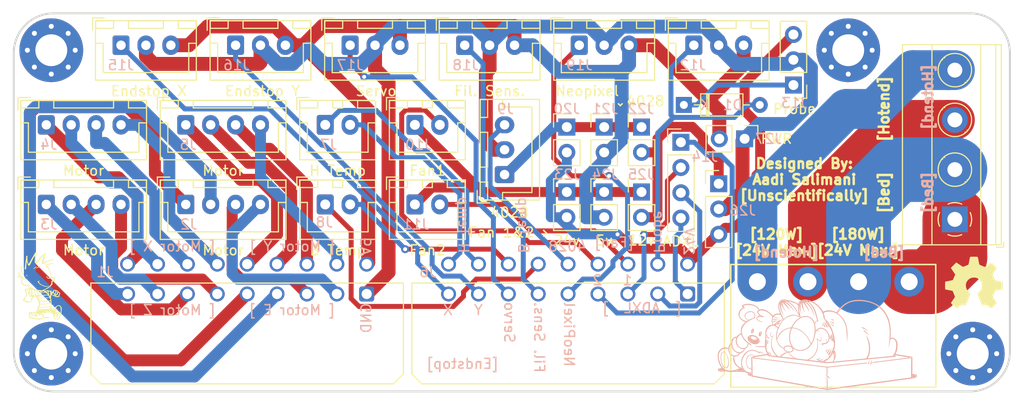
<source format=kicad_pcb>
(kicad_pcb (version 20221018) (generator pcbnew)
  (layers (0 "F.Cu" signal) (31 "B.Cu" signal) (34 "B.Paste" user) (35 "F.Paste" user) (36 "B.SilkS" user "B.Silkscreen") (37 "F.SilkS" user "F.Silkscreen") (38 "B.Mask" user) (39 "F.Mask" user) (44 "Edge.Cuts" user))
  (net 0 "")
  (net 1 "GND")
  (net 2 "Net-(D1-A)")
  (net 3 "Net-(D1-K)")
  (net 4 "Net-(J1-Pin_2)")
  (net 5 "Net-(J1-Pin_3)")
  (net 6 "Net-(J1-Pin_4)")
  (net 7 "Net-(J1-Pin_5)")
  (net 8 "Net-(J1-Pin_6)")
  (net 9 "Net-(J1-Pin_7)")
  (net 10 "Net-(J1-Pin_8)")
  (net 11 "Net-(J1-Pin_11)")
  (net 12 "Net-(J1-Pin_12)")
  (net 13 "Net-(J1-Pin_13)")
  (net 14 "Net-(J1-Pin_14)")
  (net 15 "Net-(J1-Pin_15)")
  (net 16 "+24V")
  (net 17 "Net-(J1-Pin_16)")
  (net 18 "Net-(J1-Pin_17)")
  (net 19 "Net-(J14-Pin_4)")
  (net 20 "+5V")
  (net 21 "Net-(J14-Pin_3)")
  (net 22 "Net-(J14-Pin_2)")
  (net 23 "Net-(J14-Pin_1)")
  (net 24 "Net-(J11-Pin_2)")
  (net 25 "Net-(J10-Pin_2)")
  (net 26 "Net-(J6-Pin_14)")
  (net 27 "Net-(J6-Pin_15)")
  (net 28 "Net-(J6-Pin_16)")
  (net 29 "/FA0")
  (net 30 "/FA1")
  (net 31 "Net-(J6-Pin_17)")
  (net 32 "Net-(J6-Pin_18)")
  (net 33 "Net-(J22-Pin_2)")
  (net 34 "Net-(J1-Pin_18)")
  (net 35 "Net-(J1-Pin_9)")
  (net 36 "Net-(J28-Pin_1)")
  (net 37 "Net-(J28-Pin_2)")
  (net 38 "Net-(J28-Pin_3)")
  (net 39 "Net-(J28-Pin_4)")
  (net 40 "Net-(J15-Pin_1)")
  (net 41 "Net-(J16-Pin_1)")
  (net 42 "Net-(J17-Pin_1)")
  (net 43 "Net-(J18-Pin_1)")
  (net 44 "Net-(J19-Pin_1)")
  (footprint "Connector_JST:JST_XH_B3B-XH-A_1x03_P2.50mm_Vertical" (layer "F.Cu") (at 122.5 74)
    (fp_text reference "J16")
    (fp_text value "Endstop Y")
  )
  (footprint "Connector_JST:JST_XH_B4B-XH-A_1x04_P2.50mm_Vertical" (layer "F.Cu") (at 103.5 90)
    (fp_text reference "J3")
    (fp_text value "Motor")
  )
  (footprint "Connector_JST:JST_XH_B4B-XH-A_1x04_P2.50mm_Vertical" (layer "F.Cu") (at 117.5 90)
    (fp_text reference "J2")
    (fp_text value "Motor")
  )
  (footprint "Connector_JST:JST_XH_B3B-XH-A_1x03_P2.50mm_Vertical" (layer "F.Cu") (at 145.5 74)
    (fp_text reference "J18")
    (fp_text value "Fil. Sens.")
  )
  (footprint "Connector_Molex:Molex_Micro-Fit_3.0_43045-1800_2x09_P3.00mm_Horizontal" (layer "F.Cu") (at 135.662 99 180)
    (fp_text reference "J1")
    (fp_text value "Molex Connector")
  )
  (footprint "Connector_JST:JST_XH_B2B-XH-A_1x02_P2.50mm_Vertical" (layer "F.Cu") (at 131.5 90)
    (fp_text reference "J8")
    (fp_text value "B Temp")
  )
  (footprint "Connector_PinHeader_2.54mm:PinHeader_1x03_P2.54mm_Vertical" (layer "F.Cu") (at 178.5 78 180)
    (fp_text reference "J13")
    (fp_text value "Omron")
  )
  (footprint "Connector_PinHeader_2.54mm:PinHeader_1x02_P2.54mm_Vertical" (layer "F.Cu") (at 173.6 83.4 -90)
    (fp_text reference "J27")
    (fp_text value "12v")
  )
  (footprint "Connector_JST:JST_XH_B2B-XH-A_1x02_P2.50mm_Vertical" (layer "F.Cu") (at 131.5 82)
    (fp_text reference "J7")
    (fp_text value "H Temp")
  )
  (footprint "Diode_THT:D_DO-35_SOD27_P7.62mm_Horizontal" (layer "F.Cu") (at 167.5 80)
    (fp_text reference "D1")
    (fp_text value "type=\"D\" model=\"DIODE\" lib=\"\"")
  )
  (footprint "Connector_Molex:Molex_Micro-Fit_3.0_43045-1800_2x09_P3.00mm_Horizontal" (layer "F.Cu") (at 167.88 99 180)
    (fp_text reference "J6")
    (fp_text value "Molex Connector")
  )
  (footprint "4 Pin 5mm Screw Terminal:TerminalBlock_Phoenix_MKDS-1,5-4_1x04_P5.00mm_Horizontal_Mod" (layer "F.Cu") (at 194.705 91.5 90)
    (fp_text reference "J29")
    (fp_text value "Output Heaters")
  )
  (footprint "Connector_PinHeader_2.54mm:PinHeader_1x02_P2.54mm_Vertical" (layer "F.Cu") (at 163.25 82.225)
    (fp_text reference "J22")
    (fp_text value "12v")
  )
  (footprint "Connector_JST:JST_XH_B2B-XH-A_1x02_P2.50mm_Vertical" (layer "F.Cu") (at 140.5 90)
    (fp_text reference "J11")
    (fp_text value "Fan2")
  )
  (footprint "Connector_JST:JST_XH_B3B-XH-A_1x03_P2.50mm_Vertical" (layer "F.Cu") (at 111 74)
    (fp_text reference "J15")
    (fp_text value "Endstop X")
  )
  (footprint "MountingHole:MountingHole_3.2mm_M3_Pad_Via" (layer "F.Cu") (at 184 74.5)
    (fp_text reference "H4")
    (fp_text value "MountingHole")
  )
  (footprint "Connector_JST:JST_XH_B2B-XH-A_1x02_P2.50mm_Vertical" (layer "F.Cu") (at 140.5 82)
    (fp_text reference "J10")
    (fp_text value "Fan1")
  )
  (footprint "MountingHole:MountingHole_3.2mm_M3_Pad_Via" (layer "F.Cu") (at 196.5 105)
    (fp_text reference "H3")
    (fp_text value "MountingHole")
  )
  (footprint "Connector_JST:JST_XH_B3B-XH-A_1x03_P2.50mm_Vertical" (layer "F.Cu") (at 149.5 87 90)
    (fp_text reference "J9")
    (fp_text value "4028")
  )
  (footprint "Connector_PinHeader_2.54mm:PinHeader_1x02_P2.54mm_Vertical" (layer "F.Cu") (at 159.5 82.225)
    (fp_text reference "J21")
    (fp_text value "5v")
  )
  (footprint "4 Pin 5mm Screw Terminal:2EDGR-5.0-04P-14-00AH_DEG" (layer "F.Cu") (at 174.8792 97.7648)
    (fp_text reference "J28")
    (fp_text value "Input Heaters")
  )
  (footprint "Connector_PinHeader_2.54mm:PinHeader_1x03_P2.54mm_Vertical" (layer "F.Cu") (at 171 87.92)
    (fp_text reference "J26")
    (fp_text value "Buck")
  )
  (footprint "Connector_JST:JST_XH_B4B-XH-A_1x04_P2.50mm_Vertical" (layer "F.Cu") (at 103.5 82)
    (fp_text reference "J4")
    (fp_text value "Motor")
  )
  (footprint "MountingHole:MountingHole_3.2mm_M3_Pad_Via" (layer "F.Cu") (at 104 74.5)
    (fp_text reference "H2")
    (fp_text value "MountingHole")
  )
  (footprint "logo.preety:open" (layer "F.Cu") (at 196.6 97.9)
    (fp_text reference "Open" hide)
    (fp_text value "LOGO" hide)
  )
  (footprint "Connector_JST:JST_XH_B3B-XH-A_1x03_P2.50mm_Vertical" (layer "F.Cu") (at 157 74)
    (fp_text reference "J19")
    (fp_text value "Neopixel")
  )
  (footprint "Connector_PinHeader_2.54mm:PinHeader_1x02_P2.54mm_Vertical" (layer "F.Cu") (at 155.75 82.225)
    (fp_text reference "J20")
    (fp_text value "24v")
  )
  (footprint "Connector_PinHeader_2.54mm:PinHeader_1x04_P2.54mm_Vertical" (layer "F.Cu") (at 167.2 83.75)
    (fp_text reference "J14")
    (fp_text value "ADXL")
  )
  (footprint "Connector_PinHeader_2.54mm:PinHeader_1x02_P2.54mm_Vertical" (layer "F.Cu") (at 155.75 88.75)
    (fp_text reference "J23")
    (fp_text value "24v")
  )
  (footprint "Connector_JST:JST_XH_B3B-XH-A_1x03_P2.50mm_Vertical" (layer "F.Cu") (at 134 74)
    (fp_text reference "J17")
    (fp_text value "Servo")
  )
  (footprint "Connector_JST:JST_XH_B3B-XH-A_1x03_P2.50mm_Vertical" (layer "F.Cu") (at 168.5 74)
    (fp_text reference "J12")
    (fp_text value "Probe")
  )
  (footprint "Connector_JST:JST_XH_B4B-XH-A_1x04_P2.50mm_Vertical" (layer "F.Cu") (at 117.5 82)
    (fp_text reference "J5")
    (fp_text value "Motor")
  )
  (footprint "logo.preety:walk" (layer "F.Cu") (at 104.003851 96.419117)
    (fp_text reference "Calvin" hide)
    (fp_text value "LOGO" hide)
  )
  (footprint "Connector_PinHeader_2.54mm:PinHeader_1x02_P2.54mm_Vertical" (layer "F.Cu") (at 159.5 88.75)
    (fp_text reference "J24")
    (fp_text value "5v")
  )
  (footprint "Connector_PinHeader_2.54mm:PinHeader_1x02_P2.54mm_Vertical" (layer "F.Cu") (at 163.25 88.75)
    (fp_text reference "J25")
    (fp_text value "12v")
  )
  (footprint "MountingHole:MountingHole_3.2mm_M3_Pad_Via" (layer "F.Cu") (at 104 105)
    (fp_text reference "H1")
    (fp_text value "MountingHole")
  )
  (footprint "logo.preety:sleeping" (layer "B.Cu") (at 180.9 104.1 180)
    (fp_text reference "Garfield" hide)
    (fp_text value "LOGO" hide)
  )
  (gr_arc (start 200.231573 104.791573) (mid 199.06 107.62) (end 196.231573 108.791573) (stroke (width 0.2)) (layer "Edge.Cuts"))
  (gr_line (start 200.231573 104.791573) (end 200.231573 74.791573) (stroke (width 0.2)) (layer "Edge.Cuts"))
  (gr_line (start 104.231573 108.791573) (end 196.231573 108.791573) (stroke (width 0.2)) (layer "Edge.Cuts"))
  (gr_line (start 196.231573 70.791573) (end 104.231573 70.791573) (stroke (width 0.2)) (layer "Edge.Cuts"))
  (gr_arc (start 100.231573 74.791573) (mid 101.403146 71.963146) (end 104.231573 70.791573) (stroke (width 0.2)) (layer "Edge.Cuts"))
  (gr_line (start 100.231573 74.791573) (end 100.231573 104.791573) (stroke (width 0.2)) (layer "Edge.Cuts"))
  (gr_arc (start 196.231573 70.791573) (mid 199.06 71.963146) (end 200.231573 74.791573) (stroke (width 0.2)) (layer "Edge.Cuts"))
  (gr_arc (start 104.231573 108.791573) (mid 101.403146 107.62) (end 100.231573 104.791573) (stroke (width 0.2)) (layer "Edge.Cuts"))
  (gr_text "B Temp" (at 150.8 95 -90) (layer "B.SilkS") (effects (font (size 1 1)) (justify left bottom mirror)))
  (gr_text "Y" (at 147.4 101.2) (layer "B.SilkS") (effects (font (size 1 1)) (justify left bottom mirror)))
  (gr_text "[Hotend]\n" (at 177.8 94.8) (layer "B.SilkS") (effects (font (size 1 1) (thickness 0.25)) (justify mirror)))
  (gr_text "GND\n" (at 136.2 99.8 90) (layer "B.SilkS") (effects (font (size 1 1)) (justify left bottom mirror)))
  (gr_text "[ Motor X ]" (at 120.6 94.8) (layer "B.SilkS") (effects (font (size 1 1)) (justify left bottom mirror)))
  (gr_text "[  ADXL  ]" (at 167.4 101) (layer "B.SilkS") (effects (font (size 1 1)) (justify left bottom mirror)))
  (gr_text "4028\n" (at 157.8 94.8) (layer "B.SilkS") (effects (font (size 1 1)) (justify left bottom mirror)))
  (gr_text "24V" (at 167.4 95.2 -90) (layer "B.SilkS") (effects (font (size 1 1)) (justify left bottom mirror)))
  (gr_text "[ Motor Z ]" (at 120.6 101.2) (layer "B.SilkS") (effects (font (size 1 1)) (justify left bottom mirror)))
  (gr_text "[Bed]\n" (at 187.6 94.8) (layer "B.SilkS") (effects (font (size 1 1) (thickness 0.25)) (justify mirror)))
  (gr_text "[Bed]\n" (at 192 88.8 90) (layer "B.SilkS") (effects (font (size 1 1) (thickness 0.25)) (justify mirror)))
  (gr_text "Servo\n" (at 149.4 104 270) (layer "B.SilkS") (effects (font (size 1 1)) (justify left bottom mirror)))
  (gr_text "1" (at 162.4 98.2) (layer "B.SilkS") (effects (font (size 1 1)) (justify left bottom mirror)))
  (gr_text "X" (at 144.4 101.2) (layer "B.SilkS") (effects (font (size 1 1)) (justify left bottom mirror)))
  (gr_text "Probe" (at 164.4 95 -90) (layer "B.SilkS") (effects (font (size 1 1)) (justify left bottom mirror)))
  (gr_text "5V" (at 136.2 93.2 90) (layer "B.SilkS") (effects (font (size 1 1)) (justify left bottom mirror)))
  (gr_text "[ Motor E ]" (at 132.6 101.2) (layer "B.SilkS") (effects (font (size 1 1)) (justify left bottom mirror)))
  (gr_text "H Temp" (at 144.8 95 -90) (layer "B.SilkS") (effects (font (size 1 1)) (justify left bottom mirror)))
  (gr_text "[Endstop]" (at 149 106.6) (layer "B.SilkS") (effects (font (size 1 1)) (justify left bottom mirror)))
  (gr_text "NeoPixel\n" (at 155.4 106.4 270) (layer "B.SilkS") (effects (font (size 1 1)) (justify left bottom mirror)))
  (gr_text "[Hotend]\n" (at 192 79.2 90) (layer "B.SilkS") (effects (font (size 1 1) (thickness 0.25)) (justify mirror)))
  (gr_text "Fil. Sens.\n" (at 152.4 107 270) (layer "B.SilkS") (effects (font (size 1 1)) (justify left bottom mirror)))
  (gr_text "[Fan]" (at 162.6 94.4) (layer "B.SilkS") (effects (font (size 1 1)) (justify left bottom mirror)))
  (gr_text "2\n" (at 159.4 98.2) (layer "B.SilkS") (effects (font (size 1 1)) (justify left bottom mirror)))
  (gr_text "[ Motor Y ]" (at 132.6 94.8) (layer "B.SilkS") (effects (font (size 1 1)) (justify left bottom mirror)))
  (gr_text "[Bed]\n" (at 187.6 88.8 90) (layer "F.SilkS") (effects (font (size 1 1) (thickness 0.25))))
  (gr_text "Fan 1&2 ›\n" (at 145.8 93.4) (layer "F.SilkS") (effects (font (size 1 1)) (justify left bottom)))
  (gr_text "Designed By:\nAadi Salimani\n[Unscientifically]" (at 179.6 87.5) (layer "F.SilkS") (effects (font (size 1 1) (thickness 0.25))))
  (gr_text "[120W]\n[24V Max.]" (at 176.8 93.8) (layer "F.SilkS") (effects (font (size 1 1) (thickness 0.25))))
  (gr_text "[Hotend]\n" (at 187.6 80.4 90) (layer "F.SilkS") (effects (font (size 1 1) (thickness 0.25))))
  (gr_text "[180W]\n[24V Max.]\n" (at 185 93.8) (layer "F.SilkS") (effects (font (size 1 1) (thickness 0.25))))
  (gr_text "⌄4028\n" (at 160.4 80.2) (layer "F.SilkS") (effects (font (size 1 1)) (justify left bottom)))
  (segment (start 148 76.375) (end 147.625 76.75) (width 1.4) (layer "F.Cu") (net 1))
  (segment (start 173.6 83.4) (end 173.389 83.6113) (width 1.4) (layer "F.Cu") (net 1))
  (segment (start 148.5 84.5) (end 149.5 84.5) (width 1.4) (layer "F.Cu") (net 1))
  (segment (start 113.5 75.1) (end 113.5 74) (width 1.4) (layer "F.Cu") (net 1))
  (segment (start 178.5 75.46) (end 178.289 75.46) (width 1) (layer "F.Cu") (net 1))
  (segment (start 173.389 83.6113) (end 173.389 88.7113) (width 1.4) (layer "F.Cu") (net 1))
  (segment (start 135.662 99) (end 137.856 96.8055) (width 1.4) (layer "F.Cu") (net 1))
  (segment (start 147.625 76.75) (end 147.625 83.625) (width 1.4) (layer "F.Cu") (net 1))
  (segment (start 125 74) (end 125 75.725) (width 1.4) (layer "F.Cu") (net 1))
  (segment (start 125 75.725) (end 124.85 75.875) (width 1.4) (layer "F.Cu") (net 1))
  (segment (start 136.5 76.375) (end 136.5 74) (width 1.4) (layer "F.Cu") (net 1))
  (segment (start 137.856 96.8055) (end 137.856 77.7315) (width 1.4) (layer "F.Cu") (net 1))
  (segment (start 114.275 75.875) (end 113.5 75.1) (width 1.4) (layer "F.Cu") (net 1))
  (segment (start 137.856 77.7315) (end 136.5 76.375) (width 1.4) (layer "F.Cu") (net 1))
  (segment (start 124.85 75.875) (end 114.275 75.875) (width 1.4) (layer "F.Cu") (net 1))
  (segment (start 147.625 83.625) (end 148.5 84.5) (width 1.4) (layer "F.Cu") (net 1))
  (segment (start 173.389 88.7113) (end 171.64 90.46) (width 1.4) (layer "F.Cu") (net 1))
  (segment (start 148 74) (end 148 76.375) (width 1.4) (layer "F.Cu") (net 1))
  (segment (start 171.64 90.46) (end 171 90.46) (width 1.4) (layer "F.Cu") (net 1))
  (segment (start 159.5 73.4) (end 159.5 73.5417) (width 1) (layer "B.Cu") (net 1))
  (segment (start 171 74.125) (end 172.75 75.875) (width 1.4) (layer "B.Cu") (net 1))
  (segment (start 159.5 74) (end 160.25 73.25) (width 1.4) (layer "B.Cu") (net 1))
  (segment (start 178.082 81.9175) (end 180.25 79.75) (width 1.4) (layer "B.Cu") (net 1))
  (segment (start 126.75 75.875) (end 128.225 75.875) (width 1.4) (layer "B.Cu") (net 1))
  (segment (start 160.25 73.1501) (end 161.275 72.125) (width 1.4) (layer "B.Cu") (net 1))
  (segment (start 138.275 72.125) (end 146.583 72.125) (width 1.4) (layer "B.Cu") (net 1))
  (segment (start 169.583 72.125) (end 171 73.5417) (width 1.4) (layer "B.Cu") (net 1))
  (segment (start 136.5 74) (end 136.5 73.9001) (width 1.4) (layer "B.Cu") (net 1))
  (segment (start 180.25 79.75) (end 180.25 76.25) (width 1.4) (layer "B.Cu") (net 1))
  (segment (start 171 73.5417) (end 171 74) (width 1.4) (layer "B.Cu") (net 1))
  (segment (start 128.225 75.875) (end 129.8 74.3) (width 1.4) (layer "B.Cu") (net 1))
  (segment (start 148 73.875) (end 148 74) (width 1.4) (layer "B.Cu") (net 1))
  (segment (start 125 74.125) (end 126.75 75.875) (width 1.4) (layer "B.Cu") (net 1))
  (segment (start 131.375 75.875) (end 135.083 75.875) (width 1.4) (layer "B.Cu") (net 1))
  (segment (start 148 73.5417) (end 148 73.875) (width 1.4) (layer "B.Cu") (net 1))
  (segment (start 146.583 72.125) (end 148 73.5417) (width 1.4) (layer "B.Cu") (net 1))
  (segment (start 136.5 74.4583) (end 136.5 74) (width 1.4) (layer "B.Cu") (net 1))
  (segment (start 160.25 73.25) (end 160.25 73.1501) (width 1.4) (layer "B.Cu") (net 1))
  (segment (start 125 74) (end 125 74.125) (width 1.4) (layer "B.Cu") (net 1))
  (segment (start 148 73.875) (end 149.75 72.125) (width 1.4) (layer "B.Cu") (net 1))
  (segment (start 158.083 72.125) (end 159.5 73.5417) (width 1.4) (layer "B.Cu") (net 1))
  (segment (start 136.5 73.9001) (end 138.275 72.125) (width 1.4) (layer "B.Cu") (net 1))
  (segment (start 171 74) (end 171 74.125) (width 1.4) (layer "B.Cu") (net 1))
  (segment (start 175.082 81.9175) (end 178.082 81.9175) (width 1.4) (layer "B.Cu") (net 1))
  (segment (start 179.46 75.46) (end 178.5 75.46) (width 1.4) (layer "B.Cu") (net 1))
  (segment (start 173.6 83.4) (end 175.082 81.9175) (width 1.4) (layer "B.Cu") (net 1))
  (segment (start 135.083 75.875) (end 136.5 74.4583) (width 1.4) (layer "B.Cu") (net 1))
  (segment (start 178.085 75.875) (end 178.5 75.46) (width 1.4) (layer "B.Cu") (net 1))
  (segment (start 149.75 72.125) (end 158.083 72.125) (width 1.4) (layer "B.Cu") (net 1))
  (segment (start 172.75 75.875) (end 178.085 75.875) (width 1.4) (layer "B.Cu") (net 1))
  (segment (start 159.5 73.5417) (end 159.5 74) (width 1) (layer "B.Cu") (net 1))
  (segment (start 161.275 72.125) (end 169.583 72.125) (width 1.4) (layer "B.Cu") (net 1))
  (segment (start 148 74) (end 148 73.875) (width 1.4) (layer "B.Cu") (net 1))
  (segment (start 159.5 73.5417) (end 159.5 74) (width 1.4) (layer "B.Cu") (net 1))
  (segment (start 129.8 74.3) (end 131.375 75.875) (width 1.4) (layer "B.Cu") (net 1))
  (segment (start 180.25 76.25) (end 179.46 75.46) (width 1.4) (layer "B.Cu") (net 1))
  (segment (start 168.8 80) (end 170.8 78) (width 0.5) (layer "B.Cu") (net 2))
  (segment (start 170.8 78) (end 178.5 78) (width 0.5) (layer "B.Cu") (net 2))
  (segment (start 167.5 80) (end 168.8 80) (width 0.5) (layer "B.Cu") (net 2))
  (segment (start 166.204 81.0016) (end 166.204 76.2964) (width 0.5) (layer "B.Cu") (net 3))
  (segment (start 175.12 80) (end 173.82 80) (width 0.5) (layer "B.Cu") (net 3))
  (segment (start 164.88 82.8296) (end 166.456 81.2538) (width 0.5) (layer "B.Cu") (net 3))
  (segment (start 166.456 81.2538) (end 166.204 81.0016) (width 0.5) (layer "B.Cu") (net 3))
  (segment (start 166.204 76.2964) (end 168.5 74) (width 0.5) (layer "B.Cu") (net 3))
  (segment (start 172.566 81.2538) (end 166.456 81.2538) (width 0.5) (layer "B.Cu") (net 3))
  (segment (start 173.82 80) (end 172.566 81.2538) (width 0.5) (layer "B.Cu") (net 3))
  (segment (start 164.88 96) (end 164.88 82.8296) (width 0.5) (layer "B.Cu") (net 3))
  (segment (start 132.662 99) (end 131.162 97.5) (width 1.1) (layer "B.Cu") (net 4))
  (segment (start 122.7 97.5) (end 122.162 96.962) (width 1.1) (layer "B.Cu") (net 4))
  (segment (start 122.162 96.962) (end 122.162 92.838) (width 1.1) (layer "B.Cu") (net 4))
  (segment (start 122.162 92.838) (end 125 90) (width 1.1) (layer "B.Cu") (net 4))
  (segment (start 131.162 97.5) (end 122.7 97.5) (width 1.1) (layer "B.Cu") (net 4))
  (segment (start 128.162 97.5) (end 123.041 97.5) (width 1.1) (layer "F.Cu") (net 5))
  (segment (start 129.662 99) (end 128.162 97.5) (width 1.1) (layer "F.Cu") (net 5))
  (segment (start 122.162 96.6213) (end 122.162 90.338) (width 1.1) (layer "F.Cu") (net 5))
  (segment (start 123.041 97.5) (end 122.162 96.6213) (width 1.1) (layer "F.Cu") (net 5))
  (segment (start 122.162 90.338) (end 122.5 90) (width 1.1) (layer "F.Cu") (net 5))
  (segment (start 101.85 96.9815) (end 101.85 80.75) (width 1.2) (layer "B.Cu") (net 6))
  (segment (start 102.375 80.225) (end 112.908 80.225) (width 1.2) (layer "B.Cu") (net 6))
  (segment (start 112.158 107.29) (end 101.85 96.9815) (width 1.2) (layer "B.Cu") (net 6))
  (segment (start 126.662 99) (end 118.372 107.29) (width 1.2) (layer "B.Cu") (net 6))
  (segment (start 120 87.3169) (end 120 90) (width 1.2) (layer "B.Cu") (net 6))
  (segment (start 101.85 80.75) (end 102.375 80.225) (width 1.2) (layer "B.Cu") (net 6))
  (segment (start 112.908 80.225) (end 120 87.3169) (width 1.2) (layer "B.Cu") (net 6))
  (segment (start 118.372 107.29) (end 112.158 107.29) (width 1.2) (layer "B.Cu") (net 6))
  (segment (start 114.4 82.9415) (end 114.4 86.9) (width 1.2) (layer "F.Cu") (net 7))
  (segment (start 116.992 105.67) (end 111.29 105.67) (width 1.2) (layer "F.Cu") (net 7))
  (segment (start 114.4 86.9) (end 117.5 90) (width 1.2) (layer "F.Cu") (net 7))
  (segment (start 111.29 105.67) (end 101.85 96.2296) (width 1.2) (layer "F.Cu") (net 7))
  (segment (start 101.85 80.8331) (end 102.458 80.225) (width 1.2) (layer "F.Cu") (net 7))
  (segment (start 123.662 99) (end 116.992 105.67) (width 1.2) (layer "F.Cu") (net 7))
  (segment (start 111.683 80.225) (end 114.4 82.9415) (width 1.2) (layer "F.Cu") (net 7))
  (segment (start 102.458 80.225) (end 111.683 80.225) (width 1.2) (layer "F.Cu") (net 7))
  (segment (start 101.85 96.2296) (end 101.85 80.8331) (width 1.2) (layer "F.Cu") (net 7))
  (segment (start 111 97.5) (end 110.162 96.662) (width 1.1) (layer "F.Cu") (net 8))
  (segment (start 110.162 96.662) (end 110.162 95.138) (width 1.1) (layer "F.Cu") (net 8))
  (segment (start 120.662 99) (end 119.162 97.5) (width 1.1) (layer "F.Cu") (net 8))
  (segment (start 119.162 97.5) (end 111 97.5) (width 1.1) (layer "F.Cu") (net 8))
  (segment (start 111 94.3) (end 111 90) (width 1.2) (layer "F.Cu") (net 8))
  (segment (start 110.162 95.138) (end 111 94.3) (width 1.2) (layer "F.Cu") (net 8))
  (segment (start 111.02 100.55) (end 116.112 100.55) (width 1.2) (layer "F.Cu") (net 9))
  (segment (start 105.074 94.6037) (end 111.02 100.55) (width 1.2) (layer "F.Cu") (net 9))
  (segment (start 116.112 100.55) (end 117.662 99) (width 1.2) (layer "F.Cu") (net 9))
  (segment (start 108.5 90) (end 105.074 93.4263) (width 1.2) (layer "F.Cu") (net 9))
  (segment (start 105.074 93.4263) (end 105.074 94.6037) (width 1.2) (layer "F.Cu") (net 9))
  (segment (start 110.055 94.0546) (end 110.055 96.5846) (width 1.2) (layer "B.Cu") (net 10))
  (segment (start 113.162 97.5) (end 114.662 99) (width 1.1) (layer "B.Cu") (net 10))
  (segment (start 110.055 96.5846) (end 110.935 97.465) (width 1.2) (layer "B.Cu") (net 10))
  (segment (start 106 90) (end 110.055 94.0546) (width 1.2) (layer "B.Cu") (net 10))
  (segment (start 110.97 97.5) (end 113.162 97.5) (width 1.1) (layer "B.Cu") (net 10))
  (segment (start 110.935 97.465) (end 110.97 97.5) (width 1.1) (layer "B.Cu") (net 10))
  (segment (start 132.662 96) (end 132.662 94.934) (width 1.1) (layer "B.Cu") (net 11))
  (segment (start 132.662 94.934) (end 125 87.272) (width 1.1) (layer "B.Cu") (net 11))
  (segment (start 125 87.272) (end 125 82) (width 1.1) (layer "B.Cu") (net 11))
  (segment (start 129.662 96) (end 129.662 88.1548) (width 1.2) (layer "F.Cu") (net 12))
  (segment (start 125.918 84.4111) (end 124.911 84.4111) (width 1.2) (layer "F.Cu") (net 12))
  (segment (start 124.911 84.4111) (end 122.5 82) (width 1.2) (layer "F.Cu") (net 12))
  (segment (start 129.662 88.1548) (end 125.918 84.4111) (width 1.2) (layer "F.Cu") (net 12))
  (segment (start 123.813 85.813) (end 120 82) (width 1.2) (layer "F.Cu") (net 13))
  (segment (start 128.077 88.5673) (end 125.323 85.813) (width 1.2) (layer "F.Cu") (net 13))
  (segment (start 126.662 96) (end 128.077 94.5846) (width 1.2) (layer "F.Cu") (net 13))
  (segment (start 125.323 85.813) (end 123.813 85.813) (width 1.2) (layer "F.Cu") (net 13))
  (segment (start 128.077 94.5846) (end 128.077 88.5673) (width 1.2) (layer "F.Cu") (net 13))
  (segment (start 124.984 87.523) (end 123.023 87.523) (width 1.2) (layer "F.Cu") (net 14))
  (segment (start 123.023 87.523) (end 117.5 82) (width 1.2) (layer "F.Cu") (net 14))
  (segment (start 123.662 96) (end 126.663 92.999) (width 1.2) (layer "F.Cu") (net 14))
  (segment (start 126.663 89.2018) (end 124.984 87.523) (width 1.2) (layer "F.Cu") (net 14))
  (segment (start 126.663 92.999) (end 126.663 89.2018) (width 1.2) (layer "F.Cu") (net 14))
  (segment (start 112.7 82) (end 115.847 85.1471) (width 1.2) (layer "B.Cu") (net 15))
  (segment (start 115.847 85.1471) (end 115.847 91.1851) (width 1.2) (layer "B.Cu") (net 15))
  (segment (start 115.847 91.1851) (end 120.662 96) (width 1.2) (layer "B.Cu") (net 15))
  (segment (start 111 82) (end 112.7 82) (width 1.2) (layer "B.Cu") (net 15))
  (segment (start 171 93) (end 171.645 92.355) (width 1) (layer "F.Cu") (net 16))
  (segment (start 175.158 86.7101) (end 175.158 82.1623) (width 1) (layer "F.Cu") (net 16))
  (segment (start 174.789 87.0797) (end 175.158 86.7101) (width 1) (layer "F.Cu") (net 16))
  (segment (start 167.88 95.1499) (end 167.243 94.5124) (width 1) (layer "F.Cu") (net 16))
  (segment (start 167.18 94.4504) (end 162.288 94.4504) (width 1) (layer "F.Cu") (net 16))
  (segment (start 173.6 77.82) (end 178.5 72.92) (width 1) (layer "F.Cu") (net 16))
  (segment (start 167.88 96) (end 167.88 95.1499) (width 1) (layer "F.Cu") (net 16))
  (segment (start 171 93) (end 170.88 93) (width 1) (layer "F.Cu") (net 16))
  (segment (start 173.6 80.604) (end 173.6 77.82) (width 1) (layer "F.Cu") (net 16))
  (segment (start 162.288 94.4504) (end 160.843 93.0058) (width 1) (layer "F.Cu") (net 16))
  (segment (start 172.6 92.355) (end 174.789 90.1663) (width 1) (layer "F.Cu") (net 16))
  (segment (start 170.88 93) (end 167.88 96) (width 1) (layer "F.Cu") (net 16))
  (segment (start 174.789 90.1663) (end 174.789 87.0797) (width 1) (layer "F.Cu") (net 16))
  (segment (start 167.243 94.5124) (end 167.18 94.4504) (width 1) (layer "F.Cu") (net 16))
  (segment (start 171.645 92.355) (end 172.6 92.355) (width 1) (layer "F.Cu") (net 16))
  (segment (start 175.158 82.1623) (end 173.6 80.604) (width 1) (layer "F.Cu") (net 16))
  (via (at 160.843 93.0058) (size 0.8) (drill 0.4) (layers "F.Cu" "B.Cu") (net 16))
  (segment (start 155.75 86.365) (end 155.75 84.765) (width 1) (layer "B.Cu") (net 16))
  (segment (start 155.418 86.365) (end 155.75 86.365) (width 1) (layer "B.Cu") (net 16))
  (segment (start 156.666 93.0058) (end 160.843 93.0058) (width 1) (layer "B.Cu") (net 16))
  (segment (start 154.15 91.29) (end 154.15 87.6335) (width 1) (layer "B.Cu") (net 16))
  (segment (start 154.95 91.29) (end 156.666 93.0058) (width 1) (layer "B.Cu") (net 16))
  (segment (start 155.75 91.29) (end 154.95 91.29) (width 1) (layer "B.Cu") (net 16))
  (segment (start 154.15 87.6335) (end 155.418 86.365) (width 1) (layer "B.Cu") (net 16))
  (segment (start 154.95 91.29) (end 154.15 91.29) (width 1) (layer "B.Cu") (net 16))
  (segment (start 109.367 83.825) (end 108.5 83.825) (width 1.2) (layer "B.Cu") (net 17))
  (segment (start 114.445 88.9029) (end 109.367 83.825) (width 1.2) (layer "B.Cu") (net 17))
  (segment (start 108.5 83.825) (end 108.5 82) (width 1.2) (layer "B.Cu") (net 17))
  (segment (start 117.662 96) (end 114.445 92.7832) (width 1.2) (layer "B.Cu") (net 17))
  (segment (start 114.445 92.7832) (end 114.445 88.9029) (width 1.2) (layer "B.Cu") (net 17))
  (segment (start 114.662 96) (end 112.664 94.0023) (width 1.2) (layer "B.Cu") (net 18))
  (segment (start 112.664 94.0023) (end 112.664 89.1861) (width 1.2) (layer "B.Cu") (net 18))
  (segment (start 111.277 87.799) (end 109.974 87.799) (width 1.2) (layer "B.Cu") (net 18))
  (segment (start 106 83.825) (end 106 82) (width 1.2) (layer "B.Cu") (net 18))
  (segment (start 109.974 87.799) (end 106 83.825) (width 1.2) (layer "B.Cu") (net 18))
  (segment (start 112.664 89.1861) (end 111.277 87.799) (width 1.2) (layer "B.Cu") (net 18))
  (segment (start 166.641 97.7608) (end 166.641 93.2792) (width 0.5) (layer "B.Cu") (net 19))
  (segment (start 167.2 92.72) (end 167.2 91.37) (width 0.5) (layer "B.Cu") (net 19))
  (segment (start 166.641 93.2792) (end 167.2 92.72) (width 0.5) (layer "B.Cu") (net 19))
  (segment (start 167.88 99) (end 166.641 97.7608) (width 0.5) (layer "B.Cu") (net 19))
  (segment (start 126.5085 72.1085) (end 119.6915 72.1085) (width 1.4) (layer "F.Cu") (net 20))
  (segment (start 139 72.1238) (end 139 72.1236) (width 1.4) (layer "F.Cu") (net 20))
  (segment (start 169.9355 79.4895) (end 171.06 80.614) (width 1.4) (layer "F.Cu") (net 20))
  (segment (start 171.06 80.614) (end 171.06 83.4) (width 1.4) (layer "F.Cu") (net 20))
  (segment (start 116 74) (end 117.8 74) (width 1.4) (layer "F.Cu") (net 20))
  (segment (start 150.5 72.075) (end 139.0486 72.075) (width 1.4) (layer "F.Cu") (net 20))
  (segment (start 150.5 74) (end 150.5 72.075) (width 1.4) (layer "F.Cu") (net 20))
  (segment (start 119.6915 72.1085) (end 117.8 74) (width 1.4) (layer "F.Cu") (net 20))
  (segment (start 173.5 75.925) (end 169.9355 79.4895) (width 1.4) (layer "F.Cu") (net 20))
  (segment (start 164.446 74) (end 169.9355 79.4895) (width 1.4) (layer "F.Cu") (net 20))
  (segment (start 139 72.1236) (end 138.9473 72.0709) (width 1.4) (layer "F.Cu") (net 20))
  (segment (start 138.9473 72.0709) (end 131.2291 72.0709) (width 1.4) (layer "F.Cu") (net 20))
  (segment (start 127.5 74) (end 128.4 74) (width 1.4) (layer "F.Cu") (net 20))
  (segment (start 139.0486 72.075) (end 139 72.1236) (width 1.4) (layer "F.Cu") (net 20))
  (segment (start 131.2291 72.0709) (end 129.3 74) (width 1.4) (layer "F.Cu") (net 20))
  (segment (start 135.662 96) (end 135.8135 95.8485) (width 1.4) (layer "F.Cu") (net 20))
  (segment (start 128.4 74) (end 129.3 74) (width 1.4) (layer "F.Cu") (net 20))
  (segment (start 135.8135 95.8485) (end 135.8135 80.5135) (width 1.4) (layer "F.Cu") (net 20))
  (segment (start 139 72.5237) (end 139 72.1238) (width 1.4) (layer "F.Cu") (net 20))
  (segment (start 128.4 74) (end 126.5085 72.1085) (width 1.4) (layer "F.Cu") (net 20))
  (segment (start 135.8135 80.5135) (end 129.3 74) (width 1.4) (layer "F.Cu") (net 20))
  (segment (start 162 74) (end 164.446 74) (width 1.4) (layer "F.Cu") (net 20))
  (segment (start 173.5 74) (end 173.5 75.925) (width 1.4) (layer "F.Cu") (net 20))
  (segment (start 139 74) (end 139 72.5237) (width 1.4) (layer "F.Cu") (net 20))
  (segment (start 159.5 84.765) (end 159.5 85.215) (width 1.4) (layer "B.Cu") (net 20))
  (segment (start 157.7 87.465) (end 159.5 85.665) (width 1.4) (layer "B.Cu") (net 20))
  (segment (start 159.5 91.29) (end 157.7 91.29) (width 1.4) (layer "B.Cu") (net 20))
  (segment (start 161.2543 76.6707) (end 154.9707 76.6707) (width 1.4) (layer "B.Cu") (net 20))
  (segment (start 161.2543 83.4607) (end 161.2543 76.6707) (width 1.4) (layer "B.Cu") (net 20))
  (segment (start 154.9707 76.6707) (end 152.3 74) (width 1.4) (layer "B.Cu") (net 20))
  (segment (start 159.5 85.215) (end 161.2543 83.4607) (width 1.4) (layer "B.Cu") (net 20))
  (segment (start 157.7 91.29) (end 157.7 87.465) (width 1.4) (layer "B.Cu") (net 20))
  (segment (start 150.5 74) (end 152.3 74) (width 1.4) (layer "B.Cu") (net 20))
  (segment (start 162 74) (end 162 75.925) (width 1.4) (layer "B.Cu") (net 20))
  (segment (start 161.2543 76.6707) (end 162 75.925) (width 1.4) (layer "B.Cu") (net 20))
  (segment (start 159.5 85.215) (end 159.5 85.665) (width 1.4) (layer "B.Cu") (net 20))
  (segment (start 168.704 100.205) (end 166.085 100.205) (width 0.5) (layer "B.Cu") (net 21))
  (segment (start 166.085 100.205) (end 164.88 99) (width 0.5) (layer "B.Cu") (net 21))
  (segment (start 169.094 90.7245) (end 169.094 99.8146) (width 0.5) (layer "B.Cu") (net 21))
  (segment (start 169.094 99.8146) (end 168.704 100.205) (width 0.5) (layer "B.Cu") (net 21))
  (segment (start 167.2 88.83) (end 169.094 90.7245) (width 0.5) (layer "B.Cu") (net 21))
  (segment (start 164.498 93.024) (end 163.499 93.024) (width 0.5) (layer "F.Cu") (net 22))
  (segment (start 167.2 86.29) (end 165.85 87.64) (width 0.5) (layer "F.Cu") (net 22))
  (segment (start 165.85 91.6718) (end 164.498 93.024) (width 0.5) (layer "F.Cu") (net 22))
  (segment (start 165.85 87.64) (end 165.85 91.6718) (width 0.5) (layer "F.Cu") (net 22))
  (via (at 163.499 93.024) (size 0.8) (drill 0.4) (layers "F.Cu" "B.Cu") (net 22))
  (segment (start 163.499 97.381) (end 161.88 99) (width 0.5) (layer "B.Cu") (net 22))
  (segment (start 163.499 93.024) (end 163.499 97.381) (width 0.5) (layer "B.Cu") (net 22))
  (segment (start 168.55 83.75) (end 167.2 83.75) (width 0.5) (layer "B.Cu") (net 23))
  (segment (start 172.353 97.5709) (end 172.353 86.2098) (width 0.5) (layer "B.Cu") (net 23))
  (segment (start 171.133 84.9896) (end 169.79 84.9896) (width 0.5) (layer "B.Cu") (net 23))
  (segment (start 172.353 86.2098) (end 171.133 84.9896) (width 0.5) (layer "B.Cu") (net 23))
  (segment (start 158.88 99) (end 160.789 100.909) (width 0.5) (layer "B.Cu") (net 23))
  (segment (start 169.016 100.909) (end 172.353 97.5709) (width 0.5) (layer "B.Cu") (net 23))
  (segment (start 160.789 100.909) (end 169.016 100.909) (width 0.5) (layer "B.Cu") (net 23))
  (segment (start 169.79 84.9896) (end 168.55 83.75) (width 0.5) (layer "B.Cu") (net 23))
  (segment (start 158.54 92.6595) (end 161.88 96) (width 0.5) (layer "F.Cu") (net 24))
  (segment (start 149.47 90) (end 152.129 92.6595) (width 0.5) (layer "F.Cu") (net 24))
  (segment (start 152.129 92.6595) (end 158.54 92.6595) (width 0.5) (layer "F.Cu") (net 24))
  (segment (start 143 90) (end 149.47 90) (width 0.5) (layer "F.Cu") (net 24))
  (segment (start 156.712 93.832) (end 158.88 96) (width 0.5) (layer "F.Cu") (net 25))
  (segment (start 151.959 93.832) (end 156.712 93.832) (width 0.5) (layer "F.Cu") (net 25))
  (segment (start 139.175 91.0255) (end 140.809 92.6595) (width 0.5) (layer "F.Cu") (net 25))
  (segment (start 143 82) (end 141.511 80.5114) (width 0.5) (layer "F.Cu") (net 25))
  (segment (start 141.511 80.5114) (end 139.574 80.5114) (width 0.5) (layer "F.Cu") (net 25))
  (segment (start 139.175 80.9108) (end 139.175 91.0255) (width 0.5) (layer "F.Cu") (net 25))
  (segment (start 140.809 92.6595) (end 150.786 92.6595) (width 0.5) (layer "F.Cu") (net 25))
  (segment (start 139.574 80.5114) (end 139.175 80.9108) (width 0.5) (layer "F.Cu") (net 25))
  (segment (start 150.786 92.6595) (end 151.959 93.832) (width 0.5) (layer "F.Cu") (net 25))
  (segment (start 148.049 88.1688) (end 148.049 83.4512) (width 0.5) (layer "B.Cu") (net 26))
  (segment (start 155.88 96) (end 148.049 88.1688) (width 0.5) (layer "B.Cu") (net 26))
  (segment (start 148.049 83.4512) (end 149.5 82) (width 0.5) (layer "B.Cu") (net 26))
  (segment (start 145.38 99.2374) (end 145.38 98.7881) (width 0.5) (layer "F.Cu") (net 27))
  (segment (start 146.668 97.5) (end 151.38 97.5) (width 0.5) (layer "F.Cu") (net 27))
  (segment (start 151.38 97.5) (end 152.88 96) (width 0.5) (layer "F.Cu") (net 27))
  (segment (start 134.102 99.4682) (end 134.886 100.252) (width 0.5) (layer "F.Cu") (net 27))
  (segment (start 145.38 98.7881) (end 146.668 97.5) (width 0.5) (layer "F.Cu") (net 27))
  (segment (start 134.102 92.6024) (end 134.102 99.4682) (width 0.5) (layer "F.Cu") (net 27))
  (segment (start 144.366 100.252) (end 145.38 99.2374) (width 0.5) (layer "F.Cu") (net 27))
  (segment (start 131.5 90) (end 134.102 92.6024) (width 0.5) (layer "F.Cu") (net 27))
  (segment (start 134.886 100.252) (end 144.366 100.252) (width 0.5) (layer "F.Cu") (net 27))
  (segment (start 148.373 94.4933) (end 139.519 94.4933) (width 0.5) (layer "F.Cu") (net 28))
  (segment (start 149.88 96) (end 148.373 94.4933) (width 0.5) (layer "F.Cu") (net 28))
  (via (at 139.519 94.4933) (size 0.8) (drill 0.4) (layers "F.Cu" "B.Cu") (net 28))
  (segment (start 135.35 90.3241) (end 139.519 94.4933) (width 0.5) (layer "B.Cu") (net 28))
  (segment (start 134 90) (end 135.35 90) (width 0.5) (layer "B.Cu") (net 28))
  (segment (start 135.35 90) (end 135.35 90.3241) (width 0.5) (layer "B.Cu") (net 28))
  (segment (start 159.5 82.225) (end 163.25 82.225) (width 1) (layer "F.Cu") (net 29))
  (segment (start 159.5 82.225) (end 155.75 82.225) (width 1) (layer "F.Cu") (net 29))
  (segment (start 154.4 82.225) (end 149.625 87) (width 1) (layer "B.Cu") (net 29))
  (segment (start 155.75 82.225) (end 154.4 82.225) (width 1) (layer "B.Cu") (net 29))
  (segment (start 149.625 87) (end 149.5 87) (width 1) (layer "B.Cu") (net 29))
  (segment (start 142.2 88.3) (end 146.8 88.3) (width 1) (layer "F.Cu") (net 30))
  (segment (start 146.8 88.3) (end 140.5 82) (width 1) (layer "F.Cu") (net 30))
  (segment (start 159.5 88.75) (end 155.75 88.75) (width 1) (layer "F.Cu") (net 30))
  (segment (start 155.75 88.75) (end 147.25 88.75) (width 1) (layer "F.Cu") (net 30))
  (segment (start 146.8 88.3) (end 147.25 88.75) (width 1) (layer "F.Cu") (net 30))
  (segment (start 147.25 88.75) (end 146.8 88.3) (width 1) (layer "F.Cu") (net 30))
  (segment (start 140.5 90) (end 142.2 88.3) (width 1) (layer "F.Cu") (net 30))
  (segment (start 163.25 88.75) (end 159.5 88.75) (width 1) (layer "F.Cu") (net 30))
  (segment (start 140.666 84.6021) (end 136.612 80.5481) (width 0.5) (layer "B.Cu") (net 31))
  (segment (start 146.88 96) (end 145.711 94.8311) (width 0.5) (layer "B.Cu") (net 31))
  (segment (start 141.658 84.6021) (end 140.666 84.6021) (width 0.5) (layer "B.Cu") (net 31))
  (segment (start 145.711 88.6547) (end 141.658 84.6021) (width 0.5) (layer "B.Cu") (net 31))
  (segment (start 132.952 80.5481) (end 131.5 82) (width 0.5) (layer "B.Cu") (net 31))
  (segment (start 145.711 94.8311) (end 145.711 88.6547) (width 0.5) (layer "B.Cu") (net 31))
  (segment (start 136.612 80.5481) (end 132.952 80.5481) (width 0.5) (layer "B.Cu") (net 31))
  (segment (start 145.009 94.8708) (end 145.009 88.9455) (width 0.5) (layer "B.Cu") (net 32))
  (segment (start 145.009 88.9455) (end 141.368 85.304) (width 0.5) (layer "B.Cu") (net 32))
  (segment (start 143.88 96) (end 145.009 94.8708) (width 0.5) (layer "B.Cu") (net 32))
  (segment (start 141.368 85.304) (end 138.654 85.304) (width 0.5) (layer "B.Cu") (net 32))
  (segment (start 138.654 85.304) (end 135.35 82) (width 0.5) (layer "B.Cu") (net 32))
  (segment (start 135.35 82) (end 134 82) (width 0.5) (layer "B.Cu") (net 32))
  (segment (start 163.25 91.29) (end 164.85 91.29) (width 1) (layer "F.Cu") (net 33))
  (segment (start 168.341 82.1981) (end 169.4 83.2574) (width 1) (layer "F.Cu") (net 33))
  (segment (start 169.4 83.2574) (end 169.4 84.075) (width 1) (layer "F.Cu") (net 33))
  (segment (start 164.85 91.29) (end 164.85 84.765) (width 1) (layer "F.Cu") (net 33))
  (segment (start 169.4 84.075) (end 171 85.675) (width 1) (layer "F.Cu") (net 33))
  (segment (start 171 85.675) (end 171 87.92) (width 1) (layer "F.Cu") (net 33))
  (segment (start 163.25 84.765) (end 164.85 84.765) (width 1) (layer "F.Cu") (net 33))
  (segment (start 166.059 82.1981) (end 168.341 82.1981) (width 1) (layer "F.Cu") (net 33))
  (segment (start 164.85 83.4074) (end 166.059 82.1981) (width 1) (layer "F.Cu") (net 33))
  (segment (start 164.85 84.765) (end 164.85 83.4074) (width 1) (layer "F.Cu") (net 33))
  (segment (start 103.5 82) (end 108.771 87.2707) (width 1.2) (layer "F.Cu") (net 34))
  (segment (start 112.659 95.0026) (end 111.662 96) (width 1.2) (layer "F.Cu") (net 34))
  (segment (start 110.748 87.2707) (end 112.659 89.1817) (width 1.2) (layer "F.Cu") (net 34))
  (segment (start 108.771 87.2707) (end 110.748 87.2707) (width 1.2) (layer "F.Cu") (net 34))
  (segment (start 112.659 89.1817) (end 112.659 95.0026) (width 1.2) (layer "F.Cu") (net 34))
  (segment (start 108.597 95.0971) (end 108.597 97.107) (width 1.2) (layer "B.Cu") (net 35))
  (segment (start 103.5 90) (end 108.597 95.0971) (width 1.2) (layer "B.Cu") (net 35))
  (segment (start 108.597 97.107) (end 110.49 99) (width 1.2) (layer "B.Cu") (net 35))
  (segment (start 110.49 99) (end 111.662 99) (width 1.2) (layer "B.Cu") (net 35))
  (segment locked (start 194 76.5) (end 190.5 76.5) (width 4) (layer "B.Cu") (net 36))
  (segment locked (start 174.8792 92.1208) (end 174.8792 97.7648) (width 4) (layer "B.Cu") (net 36))
  (segment (start 190.5 76.5) (end 186.6 80.4) (width 4) (layer "B.Cu") (net 36))
  (segment (start 174.879 89.3208) (end 174.879 92.1208) (width 4) (layer "B.Cu") (net 36))
  (segment (start 183.8 80.4) (end 174.879 89.3208) (width 4) (layer "B.Cu") (net 36))
  (segment locked (start 194 76.5) (end 194.705 76.5) (width 4) (layer "B.Cu") (net 36))
  (segment (start 186.6 80.4) (end 183.8 80.4) (width 4) (layer "B.Cu") (net 36))
  (segment locked (start 194 81.5) (end 188.7 81.5) (width 4) (layer "F.Cu") (net 37))
  (segment locked (start 179.9592 90.2408) (end 179.9592 97.7648) (width 4) (layer "F.Cu") (net 37))
  (segment locked (start 188.7 81.5) (end 179.9592 90.2408) (width 4) (layer "F.Cu") (net 37))
  (segment locked (start 194 81.5) (end 194.705 81.5) (width 4) (layer "F.Cu") (net 37))
  (segment locked (start 185.0392 90.3608) (end 185.0392 97.7648) (width 6.5) (layer "B.Cu") (net 38))
  (segment locked (start 188.9 86.5) (end 185.0392 90.3608) (width 6.5) (layer "B.Cu") (net 38))
  (segment locked (start 194 86.5) (end 188.9 86.5) (width 6.5) (layer "B.Cu") (net 38))
  (segment locked (start 194 86.5) (end 194.705 86.5) (width 6.5) (layer "B.Cu") (net 38))
  (segment locked (start 190.1192 97.7648) (end 192.2352 97.7648) (width 6.5) (layer "F.Cu") (net 39))
  (segment locked (start 194.705 95.295) (end 194.705 91.5) (width 6.5) (layer "F.Cu") (net 39))
  (segment locked (start 192.2352 97.7648) (end 194.705 95.295) (width 6.5) (layer "F.Cu") (net 39))
  (segment (start 140.7799 94.4291) (end 140.7799 95.8999) (width 0.5) (layer "B.Cu") (net 40))
  (segment (start 117.4001 80.4001) (end 125.9097 80.4001) (width 0.5) (layer "B.Cu") (net 40))
  (segment (start 111 74) (end 117.4001 80.4001) (width 0.5) (layer "B.Cu") (net 40))
  (segment (start 125.9097 80.4001) (end 132.5031 86.9935) (width 0.5) (layer "B.Cu") (net 40))
  (segment (start 133.3443 86.9935) (end 140.7799 94.4291) (width 0.5) (layer "B.Cu") (net 40))
  (segment (start 140.7799 95.8999) (end 143.88 99) (width 0.5) (layer "B.Cu") (net 40))
  (segment (start 132.5031 86.9935) (end 133.3443 86.9935) (width 0.5) (layer "B.Cu") (net 40))
  (segment (start 122.5 75.3737) (end 122.5 74) (width 0.5) (layer "B.Cu") (net 41))
  (segment (start 131.4149 84.0341) (end 131.1604 84.0341) (width 0.5) (layer "B.Cu") (net 41))
  (segment (start 142.2334 94.8526) (end 131.4149 84.0341) (width 0.5) (layer "B.Cu") (net 41))
  (segment (start 131.1604 84.0341) (end 122.5 75.3737) (width 0.5) (layer "B.Cu") (net 41))
  (segment (start 145.0819 97.2019) (end 143.3212 97.2019) (width 0.5) (layer "B.Cu") (net 41))
  (segment (start 146.88 99) (end 145.0819 97.2019) (width 0.5) (layer "B.Cu") (net 41))
  (segment (start 143.3212 97.2019) (end 142.2334 96.1141) (width 0.5) (layer "B.Cu") (net 41))
  (segment (start 142.2334 96.1141) (end 142.2334 94.8526) (width 0.5) (layer "B.Cu") (net 41))
  (segment (start 134 75.769) (end 135.409 77.178) (width 0.5) (layer "F.Cu") (net 42))
  (segment (start 134 74) (end 134 75.769) (width 0.5) (layer "F.Cu") (net 42))
  (segment (start 134 74) (end 134 73.865) (width 1.4) (layer "F.Cu") (net 42))
  (via (at 135.409 77.178) (size 0.8) (drill 0.4) (layers "F.Cu" "B.Cu") (net 42))
  (segment (start 148.38 91.3258) (end 148.38 97.5) (width 0.5) (layer "B.Cu") (net 42))
  (segment (start 148.38 97.5) (end 149.88 99) (width 0.5) (layer "B.Cu") (net 42))
  (segment (start 135.409 77.178) (end 140.182 77.178) (width 0.5) (layer "B.Cu") (net 42))
  (segment (start 146.6413 83.6373) (end 146.6413 89.5871) (width 0.5) (layer "B.Cu") (net 42))
  (segment (start 146.6413 89.5871) (end 148.38 91.3258) (width 0.5) (layer "B.Cu") (net 42))
  (segment (start 140.182 77.178) (end 146.6413 83.6373) (width 0.5) (layer "B.Cu") (net 42))
  (segment (start 145.433 73.9328) (end 145.5 74) (width 1.4) (layer "F.Cu") (net 43))
  (segment (start 147.3432 88.9464) (end 147.3432 75.8432) (width 0.5) (layer "B.Cu") (net 43))
  (segment (start 151.38 92.9832) (end 147.3432 88.9464) (width 0.5) (layer "B.Cu") (net 43))
  (segment (start 152.88 99) (end 151.38 97.5) (width 0.5) (layer "B.Cu") (net 43))
  (segment (start 147.3432 75.8432) (end 145.5 74) (width 0.5) (layer "B.Cu") (net 43))
  (segment (start 151.38 97.5) (end 151.38 92.9832) (width 0.5) (layer "B.Cu") (net 43))
  (segment (start 154.4408 76.6758) (end 154.4408 85.3477) (width 0.5) (layer "F.Cu") (net 44))
  (segment (start 154.4408 85.3477) (end 156.2256 87.1325) (width 0.5) (layer "F.Cu") (net 44))
  (segment (start 157 74) (end 157 74.1166) (width 1.4) (layer "F.Cu") (net 44))
  (segment (start 156.2256 87.1325) (end 159.995 87.1325) (width 0.5) (layer "F.Cu") (net 44))
  (segment (start 157 74.1166) (end 154.4408 76.6758) (width 0.5) (layer "F.Cu") (net 44))
  (via (at 159.995 87.1325) (size 0.8) (drill 0.4) (layers "F.Cu" "B.Cu") (net 44))
  (segment (start 157.38 97.5) (end 155.88 99) (width 0.5) (layer "B.Cu") (net 44))
  (segment (start 160.3801 96.2447) (end 159.1248 97.5) (width 0.5) (layer "B.Cu") (net 44))
  (segment (start 159.1248 97.5) (end 157.38 97.5) (width 0.5) (layer "B.Cu") (net 44))
  (segment (start 161.8468 94.2355) (end 160.3801 95.7022) (width 0.5) (layer "B.Cu") (net 44))
  (segment (start 160.3801 95.7022) (end 160.3801 96.2447) (width 0.5) (layer "B.Cu") (net 44))
  (segment (start 160.2279 87.1325) (end 161.8468 88.7514) (width 0.5) (layer "B.Cu") (net 44))
  (segment (start 159.995 87.1325) (end 160.2279 87.1325) (width 0.5) (layer "B.Cu") (net 44))
  (segment (start 161.8468 88.7514) (end 161.8468 94.2355) (width 0.5) (layer "B.Cu") (net 44))
)
</source>
